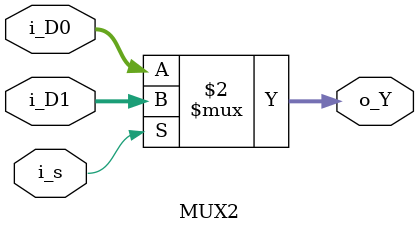
<source format=v>
`timescale 1 ns/1 ps

module MUX2
	#(parameter n = 32)
	(
		input wire [n-1:0] i_D0,
		input wire [n-1:0] i_D1,
		input wire i_s,
		output wire [n-1:0] o_Y
	);	

	assign o_Y = (i_s == 1'b1) ? i_D1 : i_D0 ;

endmodule

	
	
	
	
	
	
	
	
	
	
	
	
	
	
	
	

</source>
